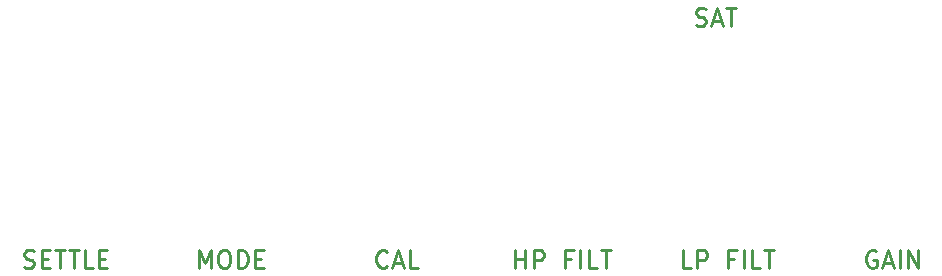
<source format=gbr>
%TF.GenerationSoftware,KiCad,Pcbnew,(6.0.11)*%
%TF.CreationDate,2023-08-12T14:35:41-04:00*%
%TF.ProjectId,FP_Rev_21,46505f52-6576-45f3-9231-2e6b69636164,rev?*%
%TF.SameCoordinates,Original*%
%TF.FileFunction,Other,ECO1*%
%FSLAX46Y46*%
G04 Gerber Fmt 4.6, Leading zero omitted, Abs format (unit mm)*
G04 Created by KiCad (PCBNEW (6.0.11)) date 2023-08-12 14:35:41*
%MOMM*%
%LPD*%
G01*
G04 APERTURE LIST*
%ADD10C,0.250000*%
G04 APERTURE END LIST*
D10*
X168357142Y-45107142D02*
X168571428Y-45178571D01*
X168928571Y-45178571D01*
X169071428Y-45107142D01*
X169142857Y-45035714D01*
X169214285Y-44892857D01*
X169214285Y-44750000D01*
X169142857Y-44607142D01*
X169071428Y-44535714D01*
X168928571Y-44464285D01*
X168642857Y-44392857D01*
X168500000Y-44321428D01*
X168428571Y-44250000D01*
X168357142Y-44107142D01*
X168357142Y-43964285D01*
X168428571Y-43821428D01*
X168500000Y-43750000D01*
X168642857Y-43678571D01*
X169000000Y-43678571D01*
X169214285Y-43750000D01*
X169785714Y-44750000D02*
X170500000Y-44750000D01*
X169642857Y-45178571D02*
X170142857Y-43678571D01*
X170642857Y-45178571D01*
X170928571Y-43678571D02*
X171785714Y-43678571D01*
X171357142Y-45178571D02*
X171357142Y-43678571D01*
X111464285Y-65607142D02*
X111678571Y-65678571D01*
X112035714Y-65678571D01*
X112178571Y-65607142D01*
X112250000Y-65535714D01*
X112321428Y-65392857D01*
X112321428Y-65250000D01*
X112250000Y-65107142D01*
X112178571Y-65035714D01*
X112035714Y-64964285D01*
X111750000Y-64892857D01*
X111607142Y-64821428D01*
X111535714Y-64750000D01*
X111464285Y-64607142D01*
X111464285Y-64464285D01*
X111535714Y-64321428D01*
X111607142Y-64250000D01*
X111750000Y-64178571D01*
X112107142Y-64178571D01*
X112321428Y-64250000D01*
X112964285Y-64892857D02*
X113464285Y-64892857D01*
X113678571Y-65678571D02*
X112964285Y-65678571D01*
X112964285Y-64178571D01*
X113678571Y-64178571D01*
X114107142Y-64178571D02*
X114964285Y-64178571D01*
X114535714Y-65678571D02*
X114535714Y-64178571D01*
X115250000Y-64178571D02*
X116107142Y-64178571D01*
X115678571Y-65678571D02*
X115678571Y-64178571D01*
X117321428Y-65678571D02*
X116607142Y-65678571D01*
X116607142Y-64178571D01*
X117821428Y-64892857D02*
X118321428Y-64892857D01*
X118535714Y-65678571D02*
X117821428Y-65678571D01*
X117821428Y-64178571D01*
X118535714Y-64178571D01*
X142214285Y-65535714D02*
X142142857Y-65607142D01*
X141928571Y-65678571D01*
X141785714Y-65678571D01*
X141571428Y-65607142D01*
X141428571Y-65464285D01*
X141357142Y-65321428D01*
X141285714Y-65035714D01*
X141285714Y-64821428D01*
X141357142Y-64535714D01*
X141428571Y-64392857D01*
X141571428Y-64250000D01*
X141785714Y-64178571D01*
X141928571Y-64178571D01*
X142142857Y-64250000D01*
X142214285Y-64321428D01*
X142785714Y-65250000D02*
X143500000Y-65250000D01*
X142642857Y-65678571D02*
X143142857Y-64178571D01*
X143642857Y-65678571D01*
X144857142Y-65678571D02*
X144142857Y-65678571D01*
X144142857Y-64178571D01*
X153071428Y-65678571D02*
X153071428Y-64178571D01*
X153071428Y-64892857D02*
X153928571Y-64892857D01*
X153928571Y-65678571D02*
X153928571Y-64178571D01*
X154642857Y-65678571D02*
X154642857Y-64178571D01*
X155214285Y-64178571D01*
X155357142Y-64250000D01*
X155428571Y-64321428D01*
X155500000Y-64464285D01*
X155500000Y-64678571D01*
X155428571Y-64821428D01*
X155357142Y-64892857D01*
X155214285Y-64964285D01*
X154642857Y-64964285D01*
X157785714Y-64892857D02*
X157285714Y-64892857D01*
X157285714Y-65678571D02*
X157285714Y-64178571D01*
X158000000Y-64178571D01*
X158571428Y-65678571D02*
X158571428Y-64178571D01*
X160000000Y-65678571D02*
X159285714Y-65678571D01*
X159285714Y-64178571D01*
X160285714Y-64178571D02*
X161142857Y-64178571D01*
X160714285Y-65678571D02*
X160714285Y-64178571D01*
X126285714Y-65678571D02*
X126285714Y-64178571D01*
X126785714Y-65250000D01*
X127285714Y-64178571D01*
X127285714Y-65678571D01*
X128285714Y-64178571D02*
X128571428Y-64178571D01*
X128714285Y-64250000D01*
X128857142Y-64392857D01*
X128928571Y-64678571D01*
X128928571Y-65178571D01*
X128857142Y-65464285D01*
X128714285Y-65607142D01*
X128571428Y-65678571D01*
X128285714Y-65678571D01*
X128142857Y-65607142D01*
X128000000Y-65464285D01*
X127928571Y-65178571D01*
X127928571Y-64678571D01*
X128000000Y-64392857D01*
X128142857Y-64250000D01*
X128285714Y-64178571D01*
X129571428Y-65678571D02*
X129571428Y-64178571D01*
X129928571Y-64178571D01*
X130142857Y-64250000D01*
X130285714Y-64392857D01*
X130357142Y-64535714D01*
X130428571Y-64821428D01*
X130428571Y-65035714D01*
X130357142Y-65321428D01*
X130285714Y-65464285D01*
X130142857Y-65607142D01*
X129928571Y-65678571D01*
X129571428Y-65678571D01*
X131071428Y-64892857D02*
X131571428Y-64892857D01*
X131785714Y-65678571D02*
X131071428Y-65678571D01*
X131071428Y-64178571D01*
X131785714Y-64178571D01*
X167964285Y-65678571D02*
X167250000Y-65678571D01*
X167250000Y-64178571D01*
X168464285Y-65678571D02*
X168464285Y-64178571D01*
X169035714Y-64178571D01*
X169178571Y-64250000D01*
X169250000Y-64321428D01*
X169321428Y-64464285D01*
X169321428Y-64678571D01*
X169250000Y-64821428D01*
X169178571Y-64892857D01*
X169035714Y-64964285D01*
X168464285Y-64964285D01*
X171607142Y-64892857D02*
X171107142Y-64892857D01*
X171107142Y-65678571D02*
X171107142Y-64178571D01*
X171821428Y-64178571D01*
X172392857Y-65678571D02*
X172392857Y-64178571D01*
X173821428Y-65678571D02*
X173107142Y-65678571D01*
X173107142Y-64178571D01*
X174107142Y-64178571D02*
X174964285Y-64178571D01*
X174535714Y-65678571D02*
X174535714Y-64178571D01*
X183607142Y-64250000D02*
X183464285Y-64178571D01*
X183250000Y-64178571D01*
X183035714Y-64250000D01*
X182892857Y-64392857D01*
X182821428Y-64535714D01*
X182750000Y-64821428D01*
X182750000Y-65035714D01*
X182821428Y-65321428D01*
X182892857Y-65464285D01*
X183035714Y-65607142D01*
X183250000Y-65678571D01*
X183392857Y-65678571D01*
X183607142Y-65607142D01*
X183678571Y-65535714D01*
X183678571Y-65035714D01*
X183392857Y-65035714D01*
X184250000Y-65250000D02*
X184964285Y-65250000D01*
X184107142Y-65678571D02*
X184607142Y-64178571D01*
X185107142Y-65678571D01*
X185607142Y-65678571D02*
X185607142Y-64178571D01*
X186321428Y-65678571D02*
X186321428Y-64178571D01*
X187178571Y-65678571D01*
X187178571Y-64178571D01*
M02*

</source>
